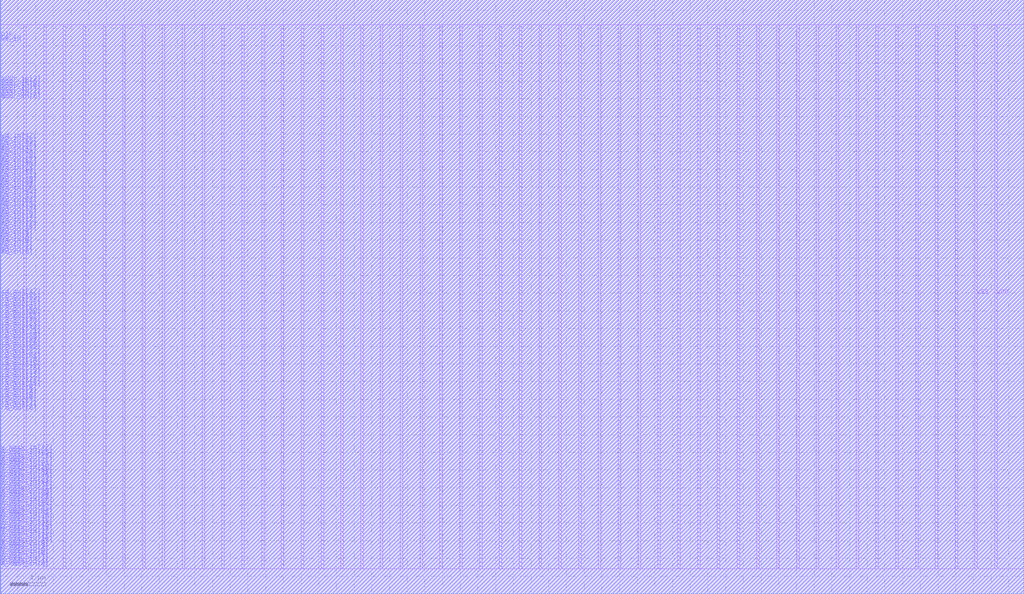
<source format=lef>
VERSION 5.7 ;
BUSBITCHARS "[]" ;
MACRO fakeram45_256x48_upper
  FOREIGN fakeram45_256x48_upper 0 0 ;
  SYMMETRY X Y R90 ;
  SIZE 115.710 BY 67.200 ;
  CLASS BLOCK ;
  PIN w_mask_in[0]
    DIRECTION INPUT ;
    USE SIGNAL ;
    SHAPE ABUTMENT ;
    PORT
      LAYER metal18 ;
      RECT 0.000 2.800 0.070 2.870 ;
    END
  END w_mask_in[0]
  PIN w_mask_in[1]
    DIRECTION INPUT ;
    USE SIGNAL ;
    SHAPE ABUTMENT ;
    PORT
      LAYER metal18 ;
      RECT 0.000 3.080 0.070 3.150 ;
    END
  END w_mask_in[1]
  PIN w_mask_in[2]
    DIRECTION INPUT ;
    USE SIGNAL ;
    SHAPE ABUTMENT ;
    PORT
      LAYER metal18 ;
      RECT 0.000 3.360 0.070 3.430 ;
    END
  END w_mask_in[2]
  PIN w_mask_in[3]
    DIRECTION INPUT ;
    USE SIGNAL ;
    SHAPE ABUTMENT ;
    PORT
      LAYER metal18 ;
      RECT 0.000 3.640 0.070 3.710 ;
    END
  END w_mask_in[3]
  PIN w_mask_in[4]
    DIRECTION INPUT ;
    USE SIGNAL ;
    SHAPE ABUTMENT ;
    PORT
      LAYER metal18 ;
      RECT 0.000 3.920 0.070 3.990 ;
    END
  END w_mask_in[4]
  PIN w_mask_in[5]
    DIRECTION INPUT ;
    USE SIGNAL ;
    SHAPE ABUTMENT ;
    PORT
      LAYER metal18 ;
      RECT 0.000 4.200 0.070 4.270 ;
    END
  END w_mask_in[5]
  PIN w_mask_in[6]
    DIRECTION INPUT ;
    USE SIGNAL ;
    SHAPE ABUTMENT ;
    PORT
      LAYER metal18 ;
      RECT 0.000 4.480 0.070 4.550 ;
    END
  END w_mask_in[6]
  PIN w_mask_in[7]
    DIRECTION INPUT ;
    USE SIGNAL ;
    SHAPE ABUTMENT ;
    PORT
      LAYER metal18 ;
      RECT 0.000 4.760 0.070 4.830 ;
    END
  END w_mask_in[7]
  PIN w_mask_in[8]
    DIRECTION INPUT ;
    USE SIGNAL ;
    SHAPE ABUTMENT ;
    PORT
      LAYER metal18 ;
      RECT 0.000 5.040 0.070 5.110 ;
    END
  END w_mask_in[8]
  PIN w_mask_in[9]
    DIRECTION INPUT ;
    USE SIGNAL ;
    SHAPE ABUTMENT ;
    PORT
      LAYER metal18 ;
      RECT 0.000 5.320 0.070 5.390 ;
    END
  END w_mask_in[9]
  PIN w_mask_in[10]
    DIRECTION INPUT ;
    USE SIGNAL ;
    SHAPE ABUTMENT ;
    PORT
      LAYER metal18 ;
      RECT 0.000 5.600 0.070 5.670 ;
    END
  END w_mask_in[10]
  PIN w_mask_in[11]
    DIRECTION INPUT ;
    USE SIGNAL ;
    SHAPE ABUTMENT ;
    PORT
      LAYER metal18 ;
      RECT 0.000 5.880 0.070 5.950 ;
    END
  END w_mask_in[11]
  PIN w_mask_in[12]
    DIRECTION INPUT ;
    USE SIGNAL ;
    SHAPE ABUTMENT ;
    PORT
      LAYER metal18 ;
      RECT 0.000 6.160 0.070 6.230 ;
    END
  END w_mask_in[12]
  PIN w_mask_in[13]
    DIRECTION INPUT ;
    USE SIGNAL ;
    SHAPE ABUTMENT ;
    PORT
      LAYER metal18 ;
      RECT 0.000 6.440 0.070 6.510 ;
    END
  END w_mask_in[13]
  PIN w_mask_in[14]
    DIRECTION INPUT ;
    USE SIGNAL ;
    SHAPE ABUTMENT ;
    PORT
      LAYER metal18 ;
      RECT 0.000 6.720 0.070 6.790 ;
    END
  END w_mask_in[14]
  PIN w_mask_in[15]
    DIRECTION INPUT ;
    USE SIGNAL ;
    SHAPE ABUTMENT ;
    PORT
      LAYER metal18 ;
      RECT 0.000 7.000 0.070 7.070 ;
    END
  END w_mask_in[15]
  PIN w_mask_in[16]
    DIRECTION INPUT ;
    USE SIGNAL ;
    SHAPE ABUTMENT ;
    PORT
      LAYER metal18 ;
      RECT 0.000 7.280 0.070 7.350 ;
    END
  END w_mask_in[16]
  PIN w_mask_in[17]
    DIRECTION INPUT ;
    USE SIGNAL ;
    SHAPE ABUTMENT ;
    PORT
      LAYER metal18 ;
      RECT 0.000 7.560 0.070 7.630 ;
    END
  END w_mask_in[17]
  PIN w_mask_in[18]
    DIRECTION INPUT ;
    USE SIGNAL ;
    SHAPE ABUTMENT ;
    PORT
      LAYER metal18 ;
      RECT 0.000 7.840 0.070 7.910 ;
    END
  END w_mask_in[18]
  PIN w_mask_in[19]
    DIRECTION INPUT ;
    USE SIGNAL ;
    SHAPE ABUTMENT ;
    PORT
      LAYER metal18 ;
      RECT 0.000 8.120 0.070 8.190 ;
    END
  END w_mask_in[19]
  PIN w_mask_in[20]
    DIRECTION INPUT ;
    USE SIGNAL ;
    SHAPE ABUTMENT ;
    PORT
      LAYER metal18 ;
      RECT 0.000 8.400 0.070 8.470 ;
    END
  END w_mask_in[20]
  PIN w_mask_in[21]
    DIRECTION INPUT ;
    USE SIGNAL ;
    SHAPE ABUTMENT ;
    PORT
      LAYER metal18 ;
      RECT 0.000 8.680 0.070 8.750 ;
    END
  END w_mask_in[21]
  PIN w_mask_in[22]
    DIRECTION INPUT ;
    USE SIGNAL ;
    SHAPE ABUTMENT ;
    PORT
      LAYER metal18 ;
      RECT 0.000 8.960 0.070 9.030 ;
    END
  END w_mask_in[22]
  PIN w_mask_in[23]
    DIRECTION INPUT ;
    USE SIGNAL ;
    SHAPE ABUTMENT ;
    PORT
      LAYER metal18 ;
      RECT 0.000 9.240 0.070 9.310 ;
    END
  END w_mask_in[23]
  PIN w_mask_in[24]
    DIRECTION INPUT ;
    USE SIGNAL ;
    SHAPE ABUTMENT ;
    PORT
      LAYER metal18 ;
      RECT 0.000 9.520 0.070 9.590 ;
    END
  END w_mask_in[24]
  PIN w_mask_in[25]
    DIRECTION INPUT ;
    USE SIGNAL ;
    SHAPE ABUTMENT ;
    PORT
      LAYER metal18 ;
      RECT 0.000 9.800 0.070 9.870 ;
    END
  END w_mask_in[25]
  PIN w_mask_in[26]
    DIRECTION INPUT ;
    USE SIGNAL ;
    SHAPE ABUTMENT ;
    PORT
      LAYER metal18 ;
      RECT 0.000 10.080 0.070 10.150 ;
    END
  END w_mask_in[26]
  PIN w_mask_in[27]
    DIRECTION INPUT ;
    USE SIGNAL ;
    SHAPE ABUTMENT ;
    PORT
      LAYER metal18 ;
      RECT 0.000 10.360 0.070 10.430 ;
    END
  END w_mask_in[27]
  PIN w_mask_in[28]
    DIRECTION INPUT ;
    USE SIGNAL ;
    SHAPE ABUTMENT ;
    PORT
      LAYER metal18 ;
      RECT 0.000 10.640 0.070 10.710 ;
    END
  END w_mask_in[28]
  PIN w_mask_in[29]
    DIRECTION INPUT ;
    USE SIGNAL ;
    SHAPE ABUTMENT ;
    PORT
      LAYER metal18 ;
      RECT 0.000 10.920 0.070 10.990 ;
    END
  END w_mask_in[29]
  PIN w_mask_in[30]
    DIRECTION INPUT ;
    USE SIGNAL ;
    SHAPE ABUTMENT ;
    PORT
      LAYER metal18 ;
      RECT 0.000 11.200 0.070 11.270 ;
    END
  END w_mask_in[30]
  PIN w_mask_in[31]
    DIRECTION INPUT ;
    USE SIGNAL ;
    SHAPE ABUTMENT ;
    PORT
      LAYER metal18 ;
      RECT 0.000 11.480 0.070 11.550 ;
    END
  END w_mask_in[31]
  PIN w_mask_in[32]
    DIRECTION INPUT ;
    USE SIGNAL ;
    SHAPE ABUTMENT ;
    PORT
      LAYER metal18 ;
      RECT 0.000 11.760 0.070 11.830 ;
    END
  END w_mask_in[32]
  PIN w_mask_in[33]
    DIRECTION INPUT ;
    USE SIGNAL ;
    SHAPE ABUTMENT ;
    PORT
      LAYER metal18 ;
      RECT 0.000 12.040 0.070 12.110 ;
    END
  END w_mask_in[33]
  PIN w_mask_in[34]
    DIRECTION INPUT ;
    USE SIGNAL ;
    SHAPE ABUTMENT ;
    PORT
      LAYER metal18 ;
      RECT 0.000 12.320 0.070 12.390 ;
    END
  END w_mask_in[34]
  PIN w_mask_in[35]
    DIRECTION INPUT ;
    USE SIGNAL ;
    SHAPE ABUTMENT ;
    PORT
      LAYER metal18 ;
      RECT 0.000 12.600 0.070 12.670 ;
    END
  END w_mask_in[35]
  PIN w_mask_in[36]
    DIRECTION INPUT ;
    USE SIGNAL ;
    SHAPE ABUTMENT ;
    PORT
      LAYER metal18 ;
      RECT 0.000 12.880 0.070 12.950 ;
    END
  END w_mask_in[36]
  PIN w_mask_in[37]
    DIRECTION INPUT ;
    USE SIGNAL ;
    SHAPE ABUTMENT ;
    PORT
      LAYER metal18 ;
      RECT 0.000 13.160 0.070 13.230 ;
    END
  END w_mask_in[37]
  PIN w_mask_in[38]
    DIRECTION INPUT ;
    USE SIGNAL ;
    SHAPE ABUTMENT ;
    PORT
      LAYER metal18 ;
      RECT 0.000 13.440 0.070 13.510 ;
    END
  END w_mask_in[38]
  PIN w_mask_in[39]
    DIRECTION INPUT ;
    USE SIGNAL ;
    SHAPE ABUTMENT ;
    PORT
      LAYER metal18 ;
      RECT 0.000 13.720 0.070 13.790 ;
    END
  END w_mask_in[39]
  PIN w_mask_in[40]
    DIRECTION INPUT ;
    USE SIGNAL ;
    SHAPE ABUTMENT ;
    PORT
      LAYER metal18 ;
      RECT 0.000 14.000 0.070 14.070 ;
    END
  END w_mask_in[40]
  PIN w_mask_in[41]
    DIRECTION INPUT ;
    USE SIGNAL ;
    SHAPE ABUTMENT ;
    PORT
      LAYER metal18 ;
      RECT 0.000 14.280 0.070 14.350 ;
    END
  END w_mask_in[41]
  PIN w_mask_in[42]
    DIRECTION INPUT ;
    USE SIGNAL ;
    SHAPE ABUTMENT ;
    PORT
      LAYER metal18 ;
      RECT 0.000 14.560 0.070 14.630 ;
    END
  END w_mask_in[42]
  PIN w_mask_in[43]
    DIRECTION INPUT ;
    USE SIGNAL ;
    SHAPE ABUTMENT ;
    PORT
      LAYER metal18 ;
      RECT 0.000 14.840 0.070 14.910 ;
    END
  END w_mask_in[43]
  PIN w_mask_in[44]
    DIRECTION INPUT ;
    USE SIGNAL ;
    SHAPE ABUTMENT ;
    PORT
      LAYER metal18 ;
      RECT 0.000 15.120 0.070 15.190 ;
    END
  END w_mask_in[44]
  PIN w_mask_in[45]
    DIRECTION INPUT ;
    USE SIGNAL ;
    SHAPE ABUTMENT ;
    PORT
      LAYER metal18 ;
      RECT 0.000 15.400 0.070 15.470 ;
    END
  END w_mask_in[45]
  PIN w_mask_in[46]
    DIRECTION INPUT ;
    USE SIGNAL ;
    SHAPE ABUTMENT ;
    PORT
      LAYER metal18 ;
      RECT 0.000 15.680 0.070 15.750 ;
    END
  END w_mask_in[46]
  PIN w_mask_in[47]
    DIRECTION INPUT ;
    USE SIGNAL ;
    SHAPE ABUTMENT ;
    PORT
      LAYER metal18 ;
      RECT 0.000 15.960 0.070 16.030 ;
    END
  END w_mask_in[47]
  PIN rd_out[0]
    DIRECTION OUTPUT ;
    USE SIGNAL ;
    SHAPE ABUTMENT ;
    PORT
      LAYER metal18 ;
      RECT 0.000 20.440 0.070 20.510 ;
    END
  END rd_out[0]
  PIN rd_out[1]
    DIRECTION OUTPUT ;
    USE SIGNAL ;
    SHAPE ABUTMENT ;
    PORT
      LAYER metal18 ;
      RECT 0.000 20.720 0.070 20.790 ;
    END
  END rd_out[1]
  PIN rd_out[2]
    DIRECTION OUTPUT ;
    USE SIGNAL ;
    SHAPE ABUTMENT ;
    PORT
      LAYER metal18 ;
      RECT 0.000 21.000 0.070 21.070 ;
    END
  END rd_out[2]
  PIN rd_out[3]
    DIRECTION OUTPUT ;
    USE SIGNAL ;
    SHAPE ABUTMENT ;
    PORT
      LAYER metal18 ;
      RECT 0.000 21.280 0.070 21.350 ;
    END
  END rd_out[3]
  PIN rd_out[4]
    DIRECTION OUTPUT ;
    USE SIGNAL ;
    SHAPE ABUTMENT ;
    PORT
      LAYER metal18 ;
      RECT 0.000 21.560 0.070 21.630 ;
    END
  END rd_out[4]
  PIN rd_out[5]
    DIRECTION OUTPUT ;
    USE SIGNAL ;
    SHAPE ABUTMENT ;
    PORT
      LAYER metal18 ;
      RECT 0.000 21.840 0.070 21.910 ;
    END
  END rd_out[5]
  PIN rd_out[6]
    DIRECTION OUTPUT ;
    USE SIGNAL ;
    SHAPE ABUTMENT ;
    PORT
      LAYER metal18 ;
      RECT 0.000 22.120 0.070 22.190 ;
    END
  END rd_out[6]
  PIN rd_out[7]
    DIRECTION OUTPUT ;
    USE SIGNAL ;
    SHAPE ABUTMENT ;
    PORT
      LAYER metal18 ;
      RECT 0.000 22.400 0.070 22.470 ;
    END
  END rd_out[7]
  PIN rd_out[8]
    DIRECTION OUTPUT ;
    USE SIGNAL ;
    SHAPE ABUTMENT ;
    PORT
      LAYER metal18 ;
      RECT 0.000 22.680 0.070 22.750 ;
    END
  END rd_out[8]
  PIN rd_out[9]
    DIRECTION OUTPUT ;
    USE SIGNAL ;
    SHAPE ABUTMENT ;
    PORT
      LAYER metal18 ;
      RECT 0.000 22.960 0.070 23.030 ;
    END
  END rd_out[9]
  PIN rd_out[10]
    DIRECTION OUTPUT ;
    USE SIGNAL ;
    SHAPE ABUTMENT ;
    PORT
      LAYER metal18 ;
      RECT 0.000 23.240 0.070 23.310 ;
    END
  END rd_out[10]
  PIN rd_out[11]
    DIRECTION OUTPUT ;
    USE SIGNAL ;
    SHAPE ABUTMENT ;
    PORT
      LAYER metal18 ;
      RECT 0.000 23.520 0.070 23.590 ;
    END
  END rd_out[11]
  PIN rd_out[12]
    DIRECTION OUTPUT ;
    USE SIGNAL ;
    SHAPE ABUTMENT ;
    PORT
      LAYER metal18 ;
      RECT 0.000 23.800 0.070 23.870 ;
    END
  END rd_out[12]
  PIN rd_out[13]
    DIRECTION OUTPUT ;
    USE SIGNAL ;
    SHAPE ABUTMENT ;
    PORT
      LAYER metal18 ;
      RECT 0.000 24.080 0.070 24.150 ;
    END
  END rd_out[13]
  PIN rd_out[14]
    DIRECTION OUTPUT ;
    USE SIGNAL ;
    SHAPE ABUTMENT ;
    PORT
      LAYER metal18 ;
      RECT 0.000 24.360 0.070 24.430 ;
    END
  END rd_out[14]
  PIN rd_out[15]
    DIRECTION OUTPUT ;
    USE SIGNAL ;
    SHAPE ABUTMENT ;
    PORT
      LAYER metal18 ;
      RECT 0.000 24.640 0.070 24.710 ;
    END
  END rd_out[15]
  PIN rd_out[16]
    DIRECTION OUTPUT ;
    USE SIGNAL ;
    SHAPE ABUTMENT ;
    PORT
      LAYER metal18 ;
      RECT 0.000 24.920 0.070 24.990 ;
    END
  END rd_out[16]
  PIN rd_out[17]
    DIRECTION OUTPUT ;
    USE SIGNAL ;
    SHAPE ABUTMENT ;
    PORT
      LAYER metal18 ;
      RECT 0.000 25.200 0.070 25.270 ;
    END
  END rd_out[17]
  PIN rd_out[18]
    DIRECTION OUTPUT ;
    USE SIGNAL ;
    SHAPE ABUTMENT ;
    PORT
      LAYER metal18 ;
      RECT 0.000 25.480 0.070 25.550 ;
    END
  END rd_out[18]
  PIN rd_out[19]
    DIRECTION OUTPUT ;
    USE SIGNAL ;
    SHAPE ABUTMENT ;
    PORT
      LAYER metal18 ;
      RECT 0.000 25.760 0.070 25.830 ;
    END
  END rd_out[19]
  PIN rd_out[20]
    DIRECTION OUTPUT ;
    USE SIGNAL ;
    SHAPE ABUTMENT ;
    PORT
      LAYER metal18 ;
      RECT 0.000 26.040 0.070 26.110 ;
    END
  END rd_out[20]
  PIN rd_out[21]
    DIRECTION OUTPUT ;
    USE SIGNAL ;
    SHAPE ABUTMENT ;
    PORT
      LAYER metal18 ;
      RECT 0.000 26.320 0.070 26.390 ;
    END
  END rd_out[21]
  PIN rd_out[22]
    DIRECTION OUTPUT ;
    USE SIGNAL ;
    SHAPE ABUTMENT ;
    PORT
      LAYER metal18 ;
      RECT 0.000 26.600 0.070 26.670 ;
    END
  END rd_out[22]
  PIN rd_out[23]
    DIRECTION OUTPUT ;
    USE SIGNAL ;
    SHAPE ABUTMENT ;
    PORT
      LAYER metal18 ;
      RECT 0.000 26.880 0.070 26.950 ;
    END
  END rd_out[23]
  PIN rd_out[24]
    DIRECTION OUTPUT ;
    USE SIGNAL ;
    SHAPE ABUTMENT ;
    PORT
      LAYER metal18 ;
      RECT 0.000 27.160 0.070 27.230 ;
    END
  END rd_out[24]
  PIN rd_out[25]
    DIRECTION OUTPUT ;
    USE SIGNAL ;
    SHAPE ABUTMENT ;
    PORT
      LAYER metal18 ;
      RECT 0.000 27.440 0.070 27.510 ;
    END
  END rd_out[25]
  PIN rd_out[26]
    DIRECTION OUTPUT ;
    USE SIGNAL ;
    SHAPE ABUTMENT ;
    PORT
      LAYER metal18 ;
      RECT 0.000 27.720 0.070 27.790 ;
    END
  END rd_out[26]
  PIN rd_out[27]
    DIRECTION OUTPUT ;
    USE SIGNAL ;
    SHAPE ABUTMENT ;
    PORT
      LAYER metal18 ;
      RECT 0.000 28.000 0.070 28.070 ;
    END
  END rd_out[27]
  PIN rd_out[28]
    DIRECTION OUTPUT ;
    USE SIGNAL ;
    SHAPE ABUTMENT ;
    PORT
      LAYER metal18 ;
      RECT 0.000 28.280 0.070 28.350 ;
    END
  END rd_out[28]
  PIN rd_out[29]
    DIRECTION OUTPUT ;
    USE SIGNAL ;
    SHAPE ABUTMENT ;
    PORT
      LAYER metal18 ;
      RECT 0.000 28.560 0.070 28.630 ;
    END
  END rd_out[29]
  PIN rd_out[30]
    DIRECTION OUTPUT ;
    USE SIGNAL ;
    SHAPE ABUTMENT ;
    PORT
      LAYER metal18 ;
      RECT 0.000 28.840 0.070 28.910 ;
    END
  END rd_out[30]
  PIN rd_out[31]
    DIRECTION OUTPUT ;
    USE SIGNAL ;
    SHAPE ABUTMENT ;
    PORT
      LAYER metal18 ;
      RECT 0.000 29.120 0.070 29.190 ;
    END
  END rd_out[31]
  PIN rd_out[32]
    DIRECTION OUTPUT ;
    USE SIGNAL ;
    SHAPE ABUTMENT ;
    PORT
      LAYER metal18 ;
      RECT 0.000 29.400 0.070 29.470 ;
    END
  END rd_out[32]
  PIN rd_out[33]
    DIRECTION OUTPUT ;
    USE SIGNAL ;
    SHAPE ABUTMENT ;
    PORT
      LAYER metal18 ;
      RECT 0.000 29.680 0.070 29.750 ;
    END
  END rd_out[33]
  PIN rd_out[34]
    DIRECTION OUTPUT ;
    USE SIGNAL ;
    SHAPE ABUTMENT ;
    PORT
      LAYER metal18 ;
      RECT 0.000 29.960 0.070 30.030 ;
    END
  END rd_out[34]
  PIN rd_out[35]
    DIRECTION OUTPUT ;
    USE SIGNAL ;
    SHAPE ABUTMENT ;
    PORT
      LAYER metal18 ;
      RECT 0.000 30.240 0.070 30.310 ;
    END
  END rd_out[35]
  PIN rd_out[36]
    DIRECTION OUTPUT ;
    USE SIGNAL ;
    SHAPE ABUTMENT ;
    PORT
      LAYER metal18 ;
      RECT 0.000 30.520 0.070 30.590 ;
    END
  END rd_out[36]
  PIN rd_out[37]
    DIRECTION OUTPUT ;
    USE SIGNAL ;
    SHAPE ABUTMENT ;
    PORT
      LAYER metal18 ;
      RECT 0.000 30.800 0.070 30.870 ;
    END
  END rd_out[37]
  PIN rd_out[38]
    DIRECTION OUTPUT ;
    USE SIGNAL ;
    SHAPE ABUTMENT ;
    PORT
      LAYER metal18 ;
      RECT 0.000 31.080 0.070 31.150 ;
    END
  END rd_out[38]
  PIN rd_out[39]
    DIRECTION OUTPUT ;
    USE SIGNAL ;
    SHAPE ABUTMENT ;
    PORT
      LAYER metal18 ;
      RECT 0.000 31.360 0.070 31.430 ;
    END
  END rd_out[39]
  PIN rd_out[40]
    DIRECTION OUTPUT ;
    USE SIGNAL ;
    SHAPE ABUTMENT ;
    PORT
      LAYER metal18 ;
      RECT 0.000 31.640 0.070 31.710 ;
    END
  END rd_out[40]
  PIN rd_out[41]
    DIRECTION OUTPUT ;
    USE SIGNAL ;
    SHAPE ABUTMENT ;
    PORT
      LAYER metal18 ;
      RECT 0.000 31.920 0.070 31.990 ;
    END
  END rd_out[41]
  PIN rd_out[42]
    DIRECTION OUTPUT ;
    USE SIGNAL ;
    SHAPE ABUTMENT ;
    PORT
      LAYER metal18 ;
      RECT 0.000 32.200 0.070 32.270 ;
    END
  END rd_out[42]
  PIN rd_out[43]
    DIRECTION OUTPUT ;
    USE SIGNAL ;
    SHAPE ABUTMENT ;
    PORT
      LAYER metal18 ;
      RECT 0.000 32.480 0.070 32.550 ;
    END
  END rd_out[43]
  PIN rd_out[44]
    DIRECTION OUTPUT ;
    USE SIGNAL ;
    SHAPE ABUTMENT ;
    PORT
      LAYER metal18 ;
      RECT 0.000 32.760 0.070 32.830 ;
    END
  END rd_out[44]
  PIN rd_out[45]
    DIRECTION OUTPUT ;
    USE SIGNAL ;
    SHAPE ABUTMENT ;
    PORT
      LAYER metal18 ;
      RECT 0.000 33.040 0.070 33.110 ;
    END
  END rd_out[45]
  PIN rd_out[46]
    DIRECTION OUTPUT ;
    USE SIGNAL ;
    SHAPE ABUTMENT ;
    PORT
      LAYER metal18 ;
      RECT 0.000 33.320 0.070 33.390 ;
    END
  END rd_out[46]
  PIN rd_out[47]
    DIRECTION OUTPUT ;
    USE SIGNAL ;
    SHAPE ABUTMENT ;
    PORT
      LAYER metal18 ;
      RECT 0.000 33.600 0.070 33.670 ;
    END
  END rd_out[47]
  PIN wd_in[0]
    DIRECTION INPUT ;
    USE SIGNAL ;
    SHAPE ABUTMENT ;
    PORT
      LAYER metal18 ;
      RECT 0.000 38.080 0.070 38.150 ;
    END
  END wd_in[0]
  PIN wd_in[1]
    DIRECTION INPUT ;
    USE SIGNAL ;
    SHAPE ABUTMENT ;
    PORT
      LAYER metal18 ;
      RECT 0.000 38.360 0.070 38.430 ;
    END
  END wd_in[1]
  PIN wd_in[2]
    DIRECTION INPUT ;
    USE SIGNAL ;
    SHAPE ABUTMENT ;
    PORT
      LAYER metal18 ;
      RECT 0.000 38.640 0.070 38.710 ;
    END
  END wd_in[2]
  PIN wd_in[3]
    DIRECTION INPUT ;
    USE SIGNAL ;
    SHAPE ABUTMENT ;
    PORT
      LAYER metal18 ;
      RECT 0.000 38.920 0.070 38.990 ;
    END
  END wd_in[3]
  PIN wd_in[4]
    DIRECTION INPUT ;
    USE SIGNAL ;
    SHAPE ABUTMENT ;
    PORT
      LAYER metal18 ;
      RECT 0.000 39.200 0.070 39.270 ;
    END
  END wd_in[4]
  PIN wd_in[5]
    DIRECTION INPUT ;
    USE SIGNAL ;
    SHAPE ABUTMENT ;
    PORT
      LAYER metal18 ;
      RECT 0.000 39.480 0.070 39.550 ;
    END
  END wd_in[5]
  PIN wd_in[6]
    DIRECTION INPUT ;
    USE SIGNAL ;
    SHAPE ABUTMENT ;
    PORT
      LAYER metal18 ;
      RECT 0.000 39.760 0.070 39.830 ;
    END
  END wd_in[6]
  PIN wd_in[7]
    DIRECTION INPUT ;
    USE SIGNAL ;
    SHAPE ABUTMENT ;
    PORT
      LAYER metal18 ;
      RECT 0.000 40.040 0.070 40.110 ;
    END
  END wd_in[7]
  PIN wd_in[8]
    DIRECTION INPUT ;
    USE SIGNAL ;
    SHAPE ABUTMENT ;
    PORT
      LAYER metal18 ;
      RECT 0.000 40.320 0.070 40.390 ;
    END
  END wd_in[8]
  PIN wd_in[9]
    DIRECTION INPUT ;
    USE SIGNAL ;
    SHAPE ABUTMENT ;
    PORT
      LAYER metal18 ;
      RECT 0.000 40.600 0.070 40.670 ;
    END
  END wd_in[9]
  PIN wd_in[10]
    DIRECTION INPUT ;
    USE SIGNAL ;
    SHAPE ABUTMENT ;
    PORT
      LAYER metal18 ;
      RECT 0.000 40.880 0.070 40.950 ;
    END
  END wd_in[10]
  PIN wd_in[11]
    DIRECTION INPUT ;
    USE SIGNAL ;
    SHAPE ABUTMENT ;
    PORT
      LAYER metal18 ;
      RECT 0.000 41.160 0.070 41.230 ;
    END
  END wd_in[11]
  PIN wd_in[12]
    DIRECTION INPUT ;
    USE SIGNAL ;
    SHAPE ABUTMENT ;
    PORT
      LAYER metal18 ;
      RECT 0.000 41.440 0.070 41.510 ;
    END
  END wd_in[12]
  PIN wd_in[13]
    DIRECTION INPUT ;
    USE SIGNAL ;
    SHAPE ABUTMENT ;
    PORT
      LAYER metal18 ;
      RECT 0.000 41.720 0.070 41.790 ;
    END
  END wd_in[13]
  PIN wd_in[14]
    DIRECTION INPUT ;
    USE SIGNAL ;
    SHAPE ABUTMENT ;
    PORT
      LAYER metal18 ;
      RECT 0.000 42.000 0.070 42.070 ;
    END
  END wd_in[14]
  PIN wd_in[15]
    DIRECTION INPUT ;
    USE SIGNAL ;
    SHAPE ABUTMENT ;
    PORT
      LAYER metal18 ;
      RECT 0.000 42.280 0.070 42.350 ;
    END
  END wd_in[15]
  PIN wd_in[16]
    DIRECTION INPUT ;
    USE SIGNAL ;
    SHAPE ABUTMENT ;
    PORT
      LAYER metal18 ;
      RECT 0.000 42.560 0.070 42.630 ;
    END
  END wd_in[16]
  PIN wd_in[17]
    DIRECTION INPUT ;
    USE SIGNAL ;
    SHAPE ABUTMENT ;
    PORT
      LAYER metal18 ;
      RECT 0.000 42.840 0.070 42.910 ;
    END
  END wd_in[17]
  PIN wd_in[18]
    DIRECTION INPUT ;
    USE SIGNAL ;
    SHAPE ABUTMENT ;
    PORT
      LAYER metal18 ;
      RECT 0.000 43.120 0.070 43.190 ;
    END
  END wd_in[18]
  PIN wd_in[19]
    DIRECTION INPUT ;
    USE SIGNAL ;
    SHAPE ABUTMENT ;
    PORT
      LAYER metal18 ;
      RECT 0.000 43.400 0.070 43.470 ;
    END
  END wd_in[19]
  PIN wd_in[20]
    DIRECTION INPUT ;
    USE SIGNAL ;
    SHAPE ABUTMENT ;
    PORT
      LAYER metal18 ;
      RECT 0.000 43.680 0.070 43.750 ;
    END
  END wd_in[20]
  PIN wd_in[21]
    DIRECTION INPUT ;
    USE SIGNAL ;
    SHAPE ABUTMENT ;
    PORT
      LAYER metal18 ;
      RECT 0.000 43.960 0.070 44.030 ;
    END
  END wd_in[21]
  PIN wd_in[22]
    DIRECTION INPUT ;
    USE SIGNAL ;
    SHAPE ABUTMENT ;
    PORT
      LAYER metal18 ;
      RECT 0.000 44.240 0.070 44.310 ;
    END
  END wd_in[22]
  PIN wd_in[23]
    DIRECTION INPUT ;
    USE SIGNAL ;
    SHAPE ABUTMENT ;
    PORT
      LAYER metal18 ;
      RECT 0.000 44.520 0.070 44.590 ;
    END
  END wd_in[23]
  PIN wd_in[24]
    DIRECTION INPUT ;
    USE SIGNAL ;
    SHAPE ABUTMENT ;
    PORT
      LAYER metal18 ;
      RECT 0.000 44.800 0.070 44.870 ;
    END
  END wd_in[24]
  PIN wd_in[25]
    DIRECTION INPUT ;
    USE SIGNAL ;
    SHAPE ABUTMENT ;
    PORT
      LAYER metal18 ;
      RECT 0.000 45.080 0.070 45.150 ;
    END
  END wd_in[25]
  PIN wd_in[26]
    DIRECTION INPUT ;
    USE SIGNAL ;
    SHAPE ABUTMENT ;
    PORT
      LAYER metal18 ;
      RECT 0.000 45.360 0.070 45.430 ;
    END
  END wd_in[26]
  PIN wd_in[27]
    DIRECTION INPUT ;
    USE SIGNAL ;
    SHAPE ABUTMENT ;
    PORT
      LAYER metal18 ;
      RECT 0.000 45.640 0.070 45.710 ;
    END
  END wd_in[27]
  PIN wd_in[28]
    DIRECTION INPUT ;
    USE SIGNAL ;
    SHAPE ABUTMENT ;
    PORT
      LAYER metal18 ;
      RECT 0.000 45.920 0.070 45.990 ;
    END
  END wd_in[28]
  PIN wd_in[29]
    DIRECTION INPUT ;
    USE SIGNAL ;
    SHAPE ABUTMENT ;
    PORT
      LAYER metal18 ;
      RECT 0.000 46.200 0.070 46.270 ;
    END
  END wd_in[29]
  PIN wd_in[30]
    DIRECTION INPUT ;
    USE SIGNAL ;
    SHAPE ABUTMENT ;
    PORT
      LAYER metal18 ;
      RECT 0.000 46.480 0.070 46.550 ;
    END
  END wd_in[30]
  PIN wd_in[31]
    DIRECTION INPUT ;
    USE SIGNAL ;
    SHAPE ABUTMENT ;
    PORT
      LAYER metal18 ;
      RECT 0.000 46.760 0.070 46.830 ;
    END
  END wd_in[31]
  PIN wd_in[32]
    DIRECTION INPUT ;
    USE SIGNAL ;
    SHAPE ABUTMENT ;
    PORT
      LAYER metal18 ;
      RECT 0.000 47.040 0.070 47.110 ;
    END
  END wd_in[32]
  PIN wd_in[33]
    DIRECTION INPUT ;
    USE SIGNAL ;
    SHAPE ABUTMENT ;
    PORT
      LAYER metal18 ;
      RECT 0.000 47.320 0.070 47.390 ;
    END
  END wd_in[33]
  PIN wd_in[34]
    DIRECTION INPUT ;
    USE SIGNAL ;
    SHAPE ABUTMENT ;
    PORT
      LAYER metal18 ;
      RECT 0.000 47.600 0.070 47.670 ;
    END
  END wd_in[34]
  PIN wd_in[35]
    DIRECTION INPUT ;
    USE SIGNAL ;
    SHAPE ABUTMENT ;
    PORT
      LAYER metal18 ;
      RECT 0.000 47.880 0.070 47.950 ;
    END
  END wd_in[35]
  PIN wd_in[36]
    DIRECTION INPUT ;
    USE SIGNAL ;
    SHAPE ABUTMENT ;
    PORT
      LAYER metal18 ;
      RECT 0.000 48.160 0.070 48.230 ;
    END
  END wd_in[36]
  PIN wd_in[37]
    DIRECTION INPUT ;
    USE SIGNAL ;
    SHAPE ABUTMENT ;
    PORT
      LAYER metal18 ;
      RECT 0.000 48.440 0.070 48.510 ;
    END
  END wd_in[37]
  PIN wd_in[38]
    DIRECTION INPUT ;
    USE SIGNAL ;
    SHAPE ABUTMENT ;
    PORT
      LAYER metal18 ;
      RECT 0.000 48.720 0.070 48.790 ;
    END
  END wd_in[38]
  PIN wd_in[39]
    DIRECTION INPUT ;
    USE SIGNAL ;
    SHAPE ABUTMENT ;
    PORT
      LAYER metal18 ;
      RECT 0.000 49.000 0.070 49.070 ;
    END
  END wd_in[39]
  PIN wd_in[40]
    DIRECTION INPUT ;
    USE SIGNAL ;
    SHAPE ABUTMENT ;
    PORT
      LAYER metal18 ;
      RECT 0.000 49.280 0.070 49.350 ;
    END
  END wd_in[40]
  PIN wd_in[41]
    DIRECTION INPUT ;
    USE SIGNAL ;
    SHAPE ABUTMENT ;
    PORT
      LAYER metal18 ;
      RECT 0.000 49.560 0.070 49.630 ;
    END
  END wd_in[41]
  PIN wd_in[42]
    DIRECTION INPUT ;
    USE SIGNAL ;
    SHAPE ABUTMENT ;
    PORT
      LAYER metal18 ;
      RECT 0.000 49.840 0.070 49.910 ;
    END
  END wd_in[42]
  PIN wd_in[43]
    DIRECTION INPUT ;
    USE SIGNAL ;
    SHAPE ABUTMENT ;
    PORT
      LAYER metal18 ;
      RECT 0.000 50.120 0.070 50.190 ;
    END
  END wd_in[43]
  PIN wd_in[44]
    DIRECTION INPUT ;
    USE SIGNAL ;
    SHAPE ABUTMENT ;
    PORT
      LAYER metal18 ;
      RECT 0.000 50.400 0.070 50.470 ;
    END
  END wd_in[44]
  PIN wd_in[45]
    DIRECTION INPUT ;
    USE SIGNAL ;
    SHAPE ABUTMENT ;
    PORT
      LAYER metal18 ;
      RECT 0.000 50.680 0.070 50.750 ;
    END
  END wd_in[45]
  PIN wd_in[46]
    DIRECTION INPUT ;
    USE SIGNAL ;
    SHAPE ABUTMENT ;
    PORT
      LAYER metal18 ;
      RECT 0.000 50.960 0.070 51.030 ;
    END
  END wd_in[46]
  PIN wd_in[47]
    DIRECTION INPUT ;
    USE SIGNAL ;
    SHAPE ABUTMENT ;
    PORT
      LAYER metal18 ;
      RECT 0.000 51.240 0.070 51.310 ;
    END
  END wd_in[47]
  PIN addr_in[0]
    DIRECTION INPUT ;
    USE SIGNAL ;
    SHAPE ABUTMENT ;
    PORT
      LAYER metal18 ;
      RECT 0.000 55.720 0.070 55.790 ;
    END
  END addr_in[0]
  PIN addr_in[1]
    DIRECTION INPUT ;
    USE SIGNAL ;
    SHAPE ABUTMENT ;
    PORT
      LAYER metal18 ;
      RECT 0.000 56.000 0.070 56.070 ;
    END
  END addr_in[1]
  PIN addr_in[2]
    DIRECTION INPUT ;
    USE SIGNAL ;
    SHAPE ABUTMENT ;
    PORT
      LAYER metal18 ;
      RECT 0.000 56.280 0.070 56.350 ;
    END
  END addr_in[2]
  PIN addr_in[3]
    DIRECTION INPUT ;
    USE SIGNAL ;
    SHAPE ABUTMENT ;
    PORT
      LAYER metal18 ;
      RECT 0.000 56.560 0.070 56.630 ;
    END
  END addr_in[3]
  PIN addr_in[4]
    DIRECTION INPUT ;
    USE SIGNAL ;
    SHAPE ABUTMENT ;
    PORT
      LAYER metal18 ;
      RECT 0.000 56.840 0.070 56.910 ;
    END
  END addr_in[4]
  PIN addr_in[5]
    DIRECTION INPUT ;
    USE SIGNAL ;
    SHAPE ABUTMENT ;
    PORT
      LAYER metal18 ;
      RECT 0.000 57.120 0.070 57.190 ;
    END
  END addr_in[5]
  PIN addr_in[6]
    DIRECTION INPUT ;
    USE SIGNAL ;
    SHAPE ABUTMENT ;
    PORT
      LAYER metal18 ;
      RECT 0.000 57.400 0.070 57.470 ;
    END
  END addr_in[6]
  PIN addr_in[7]
    DIRECTION INPUT ;
    USE SIGNAL ;
    SHAPE ABUTMENT ;
    PORT
      LAYER metal18 ;
      RECT 0.000 57.680 0.070 57.750 ;
    END
  END addr_in[7]
  PIN we_in
    DIRECTION INPUT ;
    USE SIGNAL ;
    SHAPE ABUTMENT ;
    PORT
      LAYER metal18 ;
      RECT 0.000 62.160 0.070 62.230 ;
    END
  END we_in
  PIN ce_in
    DIRECTION INPUT ;
    USE SIGNAL ;
    SHAPE ABUTMENT ;
    PORT
      LAYER metal18 ;
      RECT 0.000 62.440 0.070 62.510 ;
    END
  END ce_in
  PIN clk
    DIRECTION INPUT ;
    USE SIGNAL ;
    SHAPE ABUTMENT ;
    PORT
      LAYER metal18 ;
      RECT 0.000 62.720 0.070 62.790 ;
    END
  END clk
  PIN VSS
    DIRECTION INOUT ;
    USE GROUND ;
    PORT
      LAYER metal17 ;
      RECT 2.660 2.800 2.940 64.400 ;
      RECT 7.140 2.800 7.420 64.400 ;
      RECT 11.620 2.800 11.900 64.400 ;
      RECT 16.100 2.800 16.380 64.400 ;
      RECT 20.580 2.800 20.860 64.400 ;
      RECT 25.060 2.800 25.340 64.400 ;
      RECT 29.540 2.800 29.820 64.400 ;
      RECT 34.020 2.800 34.300 64.400 ;
      RECT 38.500 2.800 38.780 64.400 ;
      RECT 42.980 2.800 43.260 64.400 ;
      RECT 47.460 2.800 47.740 64.400 ;
      RECT 51.940 2.800 52.220 64.400 ;
      RECT 56.420 2.800 56.700 64.400 ;
      RECT 60.900 2.800 61.180 64.400 ;
      RECT 65.380 2.800 65.660 64.400 ;
      RECT 69.860 2.800 70.140 64.400 ;
      RECT 74.340 2.800 74.620 64.400 ;
      RECT 78.820 2.800 79.100 64.400 ;
      RECT 83.300 2.800 83.580 64.400 ;
      RECT 87.780 2.800 88.060 64.400 ;
      RECT 92.260 2.800 92.540 64.400 ;
      RECT 96.740 2.800 97.020 64.400 ;
      RECT 101.220 2.800 101.500 64.400 ;
      RECT 105.700 2.800 105.980 64.400 ;
      RECT 110.180 2.800 110.460 64.400 ;
    END
  END VSS
  PIN VDD
    DIRECTION INOUT ;
    USE POWER ;
    PORT
      LAYER metal17 ;
      RECT 4.900 2.800 5.180 64.400 ;
      RECT 9.380 2.800 9.660 64.400 ;
      RECT 13.860 2.800 14.140 64.400 ;
      RECT 18.340 2.800 18.620 64.400 ;
      RECT 22.820 2.800 23.100 64.400 ;
      RECT 27.300 2.800 27.580 64.400 ;
      RECT 31.780 2.800 32.060 64.400 ;
      RECT 36.260 2.800 36.540 64.400 ;
      RECT 40.740 2.800 41.020 64.400 ;
      RECT 45.220 2.800 45.500 64.400 ;
      RECT 49.700 2.800 49.980 64.400 ;
      RECT 54.180 2.800 54.460 64.400 ;
      RECT 58.660 2.800 58.940 64.400 ;
      RECT 63.140 2.800 63.420 64.400 ;
      RECT 67.620 2.800 67.900 64.400 ;
      RECT 72.100 2.800 72.380 64.400 ;
      RECT 76.580 2.800 76.860 64.400 ;
      RECT 81.060 2.800 81.340 64.400 ;
      RECT 85.540 2.800 85.820 64.400 ;
      RECT 90.020 2.800 90.300 64.400 ;
      RECT 94.500 2.800 94.780 64.400 ;
      RECT 98.980 2.800 99.260 64.400 ;
      RECT 103.460 2.800 103.740 64.400 ;
      RECT 107.940 2.800 108.220 64.400 ;
      RECT 112.420 2.800 112.700 64.400 ;
    END
  END VDD
  OBS
    LAYER metal20 ;
    RECT 0 0 115.710 67.200 ;
    LAYER metal19 ;
    RECT 0 0 115.710 67.200 ;
    LAYER metal18 ;
    RECT 0.070 0 115.710 67.200 ;
    RECT 0 0.000 0.070 2.800 ;
    RECT 0 2.870 0.070 3.080 ;
    RECT 0 3.150 0.070 3.360 ;
    RECT 0 3.430 0.070 3.640 ;
    RECT 0 3.710 0.070 3.920 ;
    RECT 0 3.990 0.070 4.200 ;
    RECT 0 4.270 0.070 4.480 ;
    RECT 0 4.550 0.070 4.760 ;
    RECT 0 4.830 0.070 5.040 ;
    RECT 0 5.110 0.070 5.320 ;
    RECT 0 5.390 0.070 5.600 ;
    RECT 0 5.670 0.070 5.880 ;
    RECT 0 5.950 0.070 6.160 ;
    RECT 0 6.230 0.070 6.440 ;
    RECT 0 6.510 0.070 6.720 ;
    RECT 0 6.790 0.070 7.000 ;
    RECT 0 7.070 0.070 7.280 ;
    RECT 0 7.350 0.070 7.560 ;
    RECT 0 7.630 0.070 7.840 ;
    RECT 0 7.910 0.070 8.120 ;
    RECT 0 8.190 0.070 8.400 ;
    RECT 0 8.470 0.070 8.680 ;
    RECT 0 8.750 0.070 8.960 ;
    RECT 0 9.030 0.070 9.240 ;
    RECT 0 9.310 0.070 9.520 ;
    RECT 0 9.590 0.070 9.800 ;
    RECT 0 9.870 0.070 10.080 ;
    RECT 0 10.150 0.070 10.360 ;
    RECT 0 10.430 0.070 10.640 ;
    RECT 0 10.710 0.070 10.920 ;
    RECT 0 10.990 0.070 11.200 ;
    RECT 0 11.270 0.070 11.480 ;
    RECT 0 11.550 0.070 11.760 ;
    RECT 0 11.830 0.070 12.040 ;
    RECT 0 12.110 0.070 12.320 ;
    RECT 0 12.390 0.070 12.600 ;
    RECT 0 12.670 0.070 12.880 ;
    RECT 0 12.950 0.070 13.160 ;
    RECT 0 13.230 0.070 13.440 ;
    RECT 0 13.510 0.070 13.720 ;
    RECT 0 13.790 0.070 14.000 ;
    RECT 0 14.070 0.070 14.280 ;
    RECT 0 14.350 0.070 14.560 ;
    RECT 0 14.630 0.070 14.840 ;
    RECT 0 14.910 0.070 15.120 ;
    RECT 0 15.190 0.070 15.400 ;
    RECT 0 15.470 0.070 15.680 ;
    RECT 0 15.750 0.070 15.960 ;
    RECT 0 16.030 0.070 20.440 ;
    RECT 0 20.510 0.070 20.720 ;
    RECT 0 20.790 0.070 21.000 ;
    RECT 0 21.070 0.070 21.280 ;
    RECT 0 21.350 0.070 21.560 ;
    RECT 0 21.630 0.070 21.840 ;
    RECT 0 21.910 0.070 22.120 ;
    RECT 0 22.190 0.070 22.400 ;
    RECT 0 22.470 0.070 22.680 ;
    RECT 0 22.750 0.070 22.960 ;
    RECT 0 23.030 0.070 23.240 ;
    RECT 0 23.310 0.070 23.520 ;
    RECT 0 23.590 0.070 23.800 ;
    RECT 0 23.870 0.070 24.080 ;
    RECT 0 24.150 0.070 24.360 ;
    RECT 0 24.430 0.070 24.640 ;
    RECT 0 24.710 0.070 24.920 ;
    RECT 0 24.990 0.070 25.200 ;
    RECT 0 25.270 0.070 25.480 ;
    RECT 0 25.550 0.070 25.760 ;
    RECT 0 25.830 0.070 26.040 ;
    RECT 0 26.110 0.070 26.320 ;
    RECT 0 26.390 0.070 26.600 ;
    RECT 0 26.670 0.070 26.880 ;
    RECT 0 26.950 0.070 27.160 ;
    RECT 0 27.230 0.070 27.440 ;
    RECT 0 27.510 0.070 27.720 ;
    RECT 0 27.790 0.070 28.000 ;
    RECT 0 28.070 0.070 28.280 ;
    RECT 0 28.350 0.070 28.560 ;
    RECT 0 28.630 0.070 28.840 ;
    RECT 0 28.910 0.070 29.120 ;
    RECT 0 29.190 0.070 29.400 ;
    RECT 0 29.470 0.070 29.680 ;
    RECT 0 29.750 0.070 29.960 ;
    RECT 0 30.030 0.070 30.240 ;
    RECT 0 30.310 0.070 30.520 ;
    RECT 0 30.590 0.070 30.800 ;
    RECT 0 30.870 0.070 31.080 ;
    RECT 0 31.150 0.070 31.360 ;
    RECT 0 31.430 0.070 31.640 ;
    RECT 0 31.710 0.070 31.920 ;
    RECT 0 31.990 0.070 32.200 ;
    RECT 0 32.270 0.070 32.480 ;
    RECT 0 32.550 0.070 32.760 ;
    RECT 0 32.830 0.070 33.040 ;
    RECT 0 33.110 0.070 33.320 ;
    RECT 0 33.390 0.070 33.600 ;
    RECT 0 33.670 0.070 38.080 ;
    RECT 0 38.150 0.070 38.360 ;
    RECT 0 38.430 0.070 38.640 ;
    RECT 0 38.710 0.070 38.920 ;
    RECT 0 38.990 0.070 39.200 ;
    RECT 0 39.270 0.070 39.480 ;
    RECT 0 39.550 0.070 39.760 ;
    RECT 0 39.830 0.070 40.040 ;
    RECT 0 40.110 0.070 40.320 ;
    RECT 0 40.390 0.070 40.600 ;
    RECT 0 40.670 0.070 40.880 ;
    RECT 0 40.950 0.070 41.160 ;
    RECT 0 41.230 0.070 41.440 ;
    RECT 0 41.510 0.070 41.720 ;
    RECT 0 41.790 0.070 42.000 ;
    RECT 0 42.070 0.070 42.280 ;
    RECT 0 42.350 0.070 42.560 ;
    RECT 0 42.630 0.070 42.840 ;
    RECT 0 42.910 0.070 43.120 ;
    RECT 0 43.190 0.070 43.400 ;
    RECT 0 43.470 0.070 43.680 ;
    RECT 0 43.750 0.070 43.960 ;
    RECT 0 44.030 0.070 44.240 ;
    RECT 0 44.310 0.070 44.520 ;
    RECT 0 44.590 0.070 44.800 ;
    RECT 0 44.870 0.070 45.080 ;
    RECT 0 45.150 0.070 45.360 ;
    RECT 0 45.430 0.070 45.640 ;
    RECT 0 45.710 0.070 45.920 ;
    RECT 0 45.990 0.070 46.200 ;
    RECT 0 46.270 0.070 46.480 ;
    RECT 0 46.550 0.070 46.760 ;
    RECT 0 46.830 0.070 47.040 ;
    RECT 0 47.110 0.070 47.320 ;
    RECT 0 47.390 0.070 47.600 ;
    RECT 0 47.670 0.070 47.880 ;
    RECT 0 47.950 0.070 48.160 ;
    RECT 0 48.230 0.070 48.440 ;
    RECT 0 48.510 0.070 48.720 ;
    RECT 0 48.790 0.070 49.000 ;
    RECT 0 49.070 0.070 49.280 ;
    RECT 0 49.350 0.070 49.560 ;
    RECT 0 49.630 0.070 49.840 ;
    RECT 0 49.910 0.070 50.120 ;
    RECT 0 50.190 0.070 50.400 ;
    RECT 0 50.470 0.070 50.680 ;
    RECT 0 50.750 0.070 50.960 ;
    RECT 0 51.030 0.070 51.240 ;
    RECT 0 51.310 0.070 55.720 ;
    RECT 0 55.790 0.070 56.000 ;
    RECT 0 56.070 0.070 56.280 ;
    RECT 0 56.350 0.070 56.560 ;
    RECT 0 56.630 0.070 56.840 ;
    RECT 0 56.910 0.070 57.120 ;
    RECT 0 57.190 0.070 57.400 ;
    RECT 0 57.470 0.070 57.680 ;
    RECT 0 57.750 0.070 62.160 ;
    RECT 0 62.230 0.070 62.440 ;
    RECT 0 62.510 0.070 62.720 ;
    RECT 0 62.790 0.070 67.200 ;
    LAYER metal17 ;
    RECT 0 0 115.710 2.800 ;
    RECT 0 64.400 115.710 67.200 ;
    RECT 0.000 2.800 2.660 64.400 ;
    RECT 2.940 2.800 4.900 64.400 ;
    RECT 5.180 2.800 7.140 64.400 ;
    RECT 7.420 2.800 9.380 64.400 ;
    RECT 9.660 2.800 11.620 64.400 ;
    RECT 11.900 2.800 13.860 64.400 ;
    RECT 14.140 2.800 16.100 64.400 ;
    RECT 16.380 2.800 18.340 64.400 ;
    RECT 18.620 2.800 20.580 64.400 ;
    RECT 20.860 2.800 22.820 64.400 ;
    RECT 23.100 2.800 25.060 64.400 ;
    RECT 25.340 2.800 27.300 64.400 ;
    RECT 27.580 2.800 29.540 64.400 ;
    RECT 29.820 2.800 31.780 64.400 ;
    RECT 32.060 2.800 34.020 64.400 ;
    RECT 34.300 2.800 36.260 64.400 ;
    RECT 36.540 2.800 38.500 64.400 ;
    RECT 38.780 2.800 40.740 64.400 ;
    RECT 41.020 2.800 42.980 64.400 ;
    RECT 43.260 2.800 45.220 64.400 ;
    RECT 45.500 2.800 47.460 64.400 ;
    RECT 47.740 2.800 49.700 64.400 ;
    RECT 49.980 2.800 51.940 64.400 ;
    RECT 52.220 2.800 54.180 64.400 ;
    RECT 54.460 2.800 56.420 64.400 ;
    RECT 56.700 2.800 58.660 64.400 ;
    RECT 58.940 2.800 60.900 64.400 ;
    RECT 61.180 2.800 63.140 64.400 ;
    RECT 63.420 2.800 65.380 64.400 ;
    RECT 65.660 2.800 67.620 64.400 ;
    RECT 67.900 2.800 69.860 64.400 ;
    RECT 70.140 2.800 72.100 64.400 ;
    RECT 72.380 2.800 74.340 64.400 ;
    RECT 74.620 2.800 76.580 64.400 ;
    RECT 76.860 2.800 78.820 64.400 ;
    RECT 79.100 2.800 81.060 64.400 ;
    RECT 81.340 2.800 83.300 64.400 ;
    RECT 83.580 2.800 85.540 64.400 ;
    RECT 85.820 2.800 87.780 64.400 ;
    RECT 88.060 2.800 90.020 64.400 ;
    RECT 90.300 2.800 92.260 64.400 ;
    RECT 92.540 2.800 94.500 64.400 ;
    RECT 94.780 2.800 96.740 64.400 ;
    RECT 97.020 2.800 98.980 64.400 ;
    RECT 99.260 2.800 101.220 64.400 ;
    RECT 101.500 2.800 103.460 64.400 ;
    RECT 103.740 2.800 105.700 64.400 ;
    RECT 105.980 2.800 107.940 64.400 ;
    RECT 108.220 2.800 110.180 64.400 ;
    RECT 110.460 2.800 112.420 64.400 ;
    RECT 112.700 2.800 115.710 64.400 ;
  END
END fakeram45_256x48_upper

END LIBRARY

</source>
